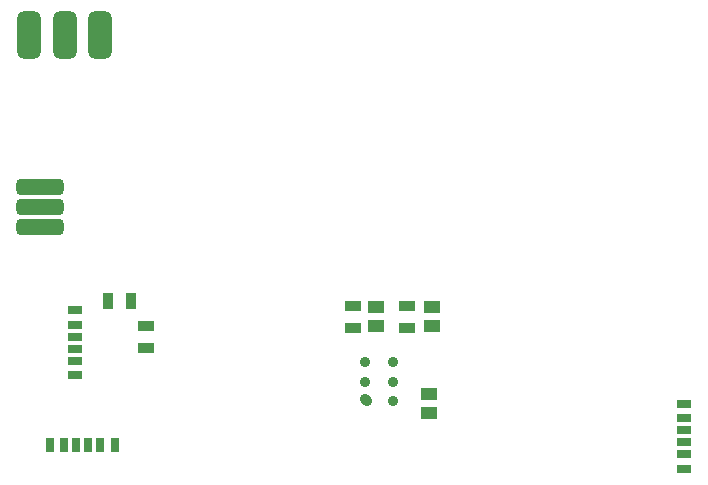
<source format=gtp>
G04 #@! TF.GenerationSoftware,KiCad,Pcbnew,(6.0.4)*
G04 #@! TF.CreationDate,2022-04-25T16:44:11-05:00*
G04 #@! TF.ProjectId,FireflyV1,46697265-666c-4795-9631-2e6b69636164,rev?*
G04 #@! TF.SameCoordinates,Original*
G04 #@! TF.FileFunction,Paste,Top*
G04 #@! TF.FilePolarity,Positive*
%FSLAX46Y46*%
G04 Gerber Fmt 4.6, Leading zero omitted, Abs format (unit mm)*
G04 Created by KiCad (PCBNEW (6.0.4)) date 2022-04-25 16:44:11*
%MOMM*%
%LPD*%
G01*
G04 APERTURE LIST*
G04 Aperture macros list*
%AMRoundRect*
0 Rectangle with rounded corners*
0 $1 Rounding radius*
0 $2 $3 $4 $5 $6 $7 $8 $9 X,Y pos of 4 corners*
0 Add a 4 corners polygon primitive as box body*
4,1,4,$2,$3,$4,$5,$6,$7,$8,$9,$2,$3,0*
0 Add four circle primitives for the rounded corners*
1,1,$1+$1,$2,$3*
1,1,$1+$1,$4,$5*
1,1,$1+$1,$6,$7*
1,1,$1+$1,$8,$9*
0 Add four rect primitives between the rounded corners*
20,1,$1+$1,$2,$3,$4,$5,0*
20,1,$1+$1,$4,$5,$6,$7,0*
20,1,$1+$1,$6,$7,$8,$9,0*
20,1,$1+$1,$8,$9,$2,$3,0*%
%AMHorizOval*
0 Thick line with rounded ends*
0 $1 width*
0 $2 $3 position (X,Y) of the first rounded end (center of the circle)*
0 $4 $5 position (X,Y) of the second rounded end (center of the circle)*
0 Add line between two ends*
20,1,$1,$2,$3,$4,$5,0*
0 Add two circle primitives to create the rounded ends*
1,1,$1,$2,$3*
1,1,$1,$4,$5*%
G04 Aperture macros list end*
%ADD10R,1.400000X0.950000*%
%ADD11R,1.200000X0.700000*%
%ADD12R,1.200000X0.760000*%
%ADD13R,1.200000X0.800000*%
%ADD14RoundRect,0.337500X1.662500X0.337500X-1.662500X0.337500X-1.662500X-0.337500X1.662500X-0.337500X0*%
%ADD15R,0.700000X1.200000*%
%ADD16R,0.760000X1.200000*%
%ADD17R,0.800000X1.200000*%
%ADD18R,0.950000X1.400000*%
%ADD19RoundRect,0.500000X-0.500000X1.500000X-0.500000X-1.500000X0.500000X-1.500000X0.500000X1.500000X0*%
%ADD20C,0.910000*%
%ADD21HorizOval,0.910000X-0.070711X0.070711X0.070711X-0.070711X0*%
%ADD22R,1.470000X1.020000*%
G04 APERTURE END LIST*
D10*
X25000000Y-41750000D03*
X25000000Y-39850000D03*
D11*
X19001321Y-40820000D03*
D12*
X19001321Y-42840000D03*
D13*
X19001321Y-44070000D03*
D11*
X19001321Y-41820000D03*
D12*
X19001321Y-39800000D03*
D13*
X19001321Y-38570000D03*
D14*
X16093821Y-31540000D03*
X16093821Y-29840000D03*
X16093821Y-28140000D03*
D11*
X70593821Y-49720000D03*
D12*
X70593821Y-47700000D03*
D13*
X70593821Y-46470000D03*
D11*
X70593821Y-48720000D03*
D12*
X70593821Y-50740000D03*
D13*
X70593821Y-51970000D03*
D15*
X19133821Y-50002500D03*
D16*
X21153821Y-50002500D03*
D17*
X22383821Y-50002500D03*
D15*
X20133821Y-50002500D03*
D16*
X18113821Y-50002500D03*
D17*
X16883821Y-50002500D03*
D10*
X47160000Y-38160000D03*
X47160000Y-40060000D03*
D18*
X21850000Y-37800000D03*
X23750000Y-37800000D03*
D19*
X21143821Y-15270000D03*
X18143821Y-15270000D03*
X15143821Y-15270000D03*
D20*
X45900000Y-46240000D03*
X45900000Y-44590000D03*
X45900000Y-42940000D03*
X43560000Y-42940000D03*
X43560000Y-44590000D03*
D21*
X43660000Y-46140000D03*
D22*
X48970000Y-47230000D03*
X48970000Y-45630000D03*
D10*
X42520000Y-38160000D03*
X42520000Y-40060000D03*
D22*
X44470000Y-38310000D03*
X44470000Y-39910000D03*
X49200000Y-38310000D03*
X49200000Y-39910000D03*
M02*

</source>
